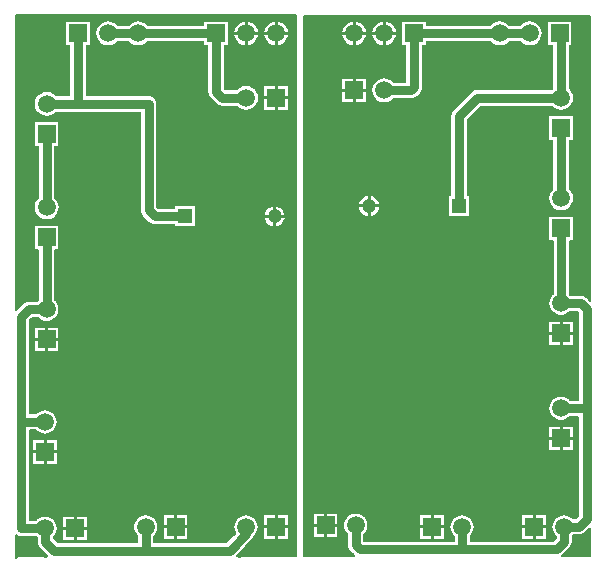
<source format=gbl>
%FSDAX24Y24*%
%MOIN*%
%SFA1B1*%

%IPPOS*%
%ADD10R,0.059100X0.059100*%
%ADD11C,0.059100*%
%ADD12R,0.047200X0.047200*%
%ADD13C,0.047200*%
%ADD14R,0.059100X0.059100*%
%ADD15C,0.031500*%
%ADD17C,0.010000*%
%ADD24C,0.005000*%
%LNcartepuissance-1*%
%LPD*%
G54D24*
X015825Y048589D02*
Y030575D01*
X013849*
X013842Y030590*
X014352Y031099*
X014396Y031157*
X014425Y031226*
X014426Y031232*
X014449Y031250*
X014516Y031338*
X014559Y031440*
X014574Y031550*
X014559Y031659*
X014516Y031761*
X014449Y031849*
X014361Y031916*
X014259Y031959*
X014150Y031974*
X014040Y031959*
X013938Y031916*
X013850Y031849*
X013783Y031761*
X013740Y031659*
X013725Y031550*
X013740Y031440*
X013782Y031338*
X013784Y031336*
X013481Y031035*
X011085*
Y031238*
X011099Y031250*
X011166Y031338*
X011209Y031440*
X011224Y031550*
X011209Y031659*
X011166Y031761*
X011099Y031849*
X011011Y031916*
X010909Y031959*
X010800Y031974*
X010690Y031959*
X010588Y031916*
X010500Y031849*
X010433Y031761*
X010390Y031659*
X010375Y031550*
X010390Y031440*
X010433Y031338*
X010500Y031250*
X010515Y031238*
Y031035*
X007868*
X007735Y031168*
Y031188*
X007749Y031200*
X007816Y031288*
X007859Y031390*
X007874Y031500*
X007859Y031609*
X007816Y031711*
X007749Y031799*
X007661Y031866*
X007559Y031909*
X007450Y031924*
X007340Y031909*
X007238Y031866*
X007150Y031799*
X007138Y031785*
X006935*
Y034765*
X007138*
X007150Y034750*
X007238Y034683*
X007340Y034640*
X007450Y034625*
X007559Y034640*
X007661Y034683*
X007749Y034750*
X007816Y034838*
X007859Y034940*
X007874Y035050*
X007859Y035159*
X007816Y035261*
X007749Y035349*
X007661Y035416*
X007559Y035459*
X007450Y035474*
X007340Y035459*
X007238Y035416*
X007150Y035349*
X007138Y035335*
X006935*
Y038431*
X007018Y038515*
X007188*
X007200Y038500*
X007288Y038433*
X007390Y038390*
X007500Y038375*
X007609Y038390*
X007711Y038433*
X007799Y038500*
X007866Y038588*
X007909Y038690*
X007924Y038800*
X007909Y038909*
X007866Y039011*
X007799Y039099*
X007785Y039111*
Y040780*
X007920*
Y041620*
X007080*
Y040780*
X007215*
Y039111*
X007200Y039099*
X007188Y039085*
X006898*
X006826Y039075*
X006757Y039046*
X006699Y039002*
X006490Y038792*
X006475Y038799*
Y048625*
X015789*
X015825Y048589*
G54D17*
X015775Y048568D02*
Y030625D01*
X013882*
X013902Y030579*
X014390Y031066*
X014440Y031132*
X014473Y031212*
X014472Y031204*
X014485Y031214*
X014560Y031313*
X014607Y031427*
X014624Y031550*
X014607Y031672*
X014560Y031786*
X014485Y031885*
X014386Y031960*
X014272Y032007*
X014150Y032024*
X014027Y032007*
X013913Y031960*
X013814Y031885*
X013739Y031786*
X013691Y031672*
X013675Y031550*
X013691Y031427*
X013738Y031314*
X013719Y031342*
X013460Y031085*
X011135*
Y031214*
X011135Y031214*
X011210Y031313*
X011257Y031427*
X011274Y031550*
X011257Y031672*
X011210Y031786*
X011135Y031885*
X011036Y031960*
X010922Y032007*
X010800Y032024*
X010677Y032007*
X010563Y031960*
X010464Y031885*
X010389Y031786*
X010341Y031672*
X010325Y031550*
X010341Y031427*
X010389Y031313*
X010464Y031214*
X010465Y031214*
Y031085*
X007889*
X007785Y031189*
X007782Y031174*
X007779Y031157*
X007860Y031263*
X007907Y031377*
X007924Y031500*
X007907Y031622*
X007860Y031736*
X007785Y031835*
X007686Y031910*
X007572Y031957*
X007450Y031974*
X007327Y031957*
X007213Y031910*
X007114Y031835*
X007114Y031835*
X006985*
Y034715*
X007114*
X007114Y034714*
X007213Y034639*
X007327Y034591*
X007450Y034575*
X007572Y034591*
X007686Y034639*
X007785Y034714*
X007860Y034813*
X007907Y034927*
X007924Y035050*
X007907Y035172*
X007860Y035286*
X007785Y035385*
X007686Y035460*
X007572Y035507*
X007450Y035524*
X007327Y035507*
X007213Y035460*
X007114Y035385*
X007114Y035385*
X006985*
Y038410*
X007039Y038465*
X007164*
X007164Y038464*
X007263Y038389*
X007377Y038341*
X007500Y038325*
X007622Y038341*
X007736Y038389*
X007835Y038464*
X007910Y038563*
X007957Y038677*
X007974Y038800*
X007957Y038922*
X007910Y039036*
X007835Y039135*
X007835Y039135*
Y040730*
X007970*
Y041670*
X007030*
Y040730*
X007165*
Y039135*
X007164Y039135*
X007164Y039135*
X006894*
X006813Y039124*
X006732Y039090*
X006666Y039040*
X006478Y038852*
X006525Y038832*
Y048575*
X015768*
X015775Y048568*
X006530Y038920D02*
Y048570D01*
X006630Y039020D02*
Y048570D01*
X006730Y039120D02*
Y048570D01*
X006830Y039140D02*
Y048570D01*
X006930Y039140D02*
Y048570D01*
X007030Y031840D02*
Y034690D01*
Y035400D02*
Y038450D01*
Y039140D02*
Y040710D01*
Y041680D02*
Y048570D01*
X007130Y031880D02*
Y034690D01*
Y035420D02*
Y038450D01*
Y039140D02*
Y040710D01*
Y041680D02*
Y048570D01*
X007230Y031940D02*
Y034630D01*
Y035480D02*
Y038410D01*
Y041680D02*
Y048570D01*
X007330Y031980D02*
Y034570D01*
Y035540D02*
Y038350D01*
Y041680D02*
Y048570D01*
X007430Y031980D02*
Y034570D01*
Y035540D02*
Y038330D01*
Y041680D02*
Y048570D01*
X007530Y031980D02*
Y034570D01*
Y035540D02*
Y038330D01*
Y041680D02*
Y048570D01*
X007630Y031960D02*
Y034610D01*
Y035500D02*
Y038330D01*
Y041680D02*
Y048570D01*
X007730Y031900D02*
Y034650D01*
Y035460D02*
Y038370D01*
Y041680D02*
Y048570D01*
X007830Y031160D02*
Y031210D01*
Y031800D02*
Y034750D01*
Y035360D02*
Y038450D01*
Y039160D02*
Y040710D01*
Y041680D02*
Y048570D01*
X007930Y031100D02*
Y038590D01*
Y039020D02*
Y040710D01*
Y041680D02*
Y048570D01*
X008030Y031100D02*
Y048570D01*
X008130Y031100D02*
Y048570D01*
X008230Y031100D02*
Y048570D01*
X008330Y031100D02*
Y048570D01*
X008430Y031100D02*
Y048570D01*
X008530Y031100D02*
Y048570D01*
X008630Y031100D02*
Y048570D01*
X008730Y031100D02*
Y048570D01*
X008830Y031100D02*
Y048570D01*
X008930Y031100D02*
Y048570D01*
X009030Y031100D02*
Y048570D01*
X009130Y031100D02*
Y048570D01*
X009230Y031100D02*
Y048570D01*
X009330Y031100D02*
Y048570D01*
X009430Y031100D02*
Y048570D01*
X009530Y031100D02*
Y048570D01*
X009630Y031100D02*
Y048570D01*
X009730Y031100D02*
Y048570D01*
X009830Y031100D02*
Y048570D01*
X009930Y031100D02*
Y048570D01*
X010030Y031100D02*
Y048570D01*
X010130Y031100D02*
Y048570D01*
X010230Y031100D02*
Y048570D01*
X010330Y031100D02*
Y031530D01*
Y031580D02*
Y048570D01*
X010430Y031100D02*
Y031250D01*
Y031860D02*
Y048570D01*
X010530Y031960D02*
Y048570D01*
X010630Y032000D02*
Y048570D01*
X010730Y032040D02*
Y048570D01*
X010830Y032040D02*
Y048570D01*
X010930Y032020D02*
Y048570D01*
X011030Y031980D02*
Y048570D01*
X011130Y031100D02*
Y031190D01*
Y031920D02*
Y048570D01*
X011230Y031100D02*
Y031350D01*
Y031760D02*
Y048570D01*
X011330Y031100D02*
Y048570D01*
X011430Y031100D02*
Y048570D01*
X011530Y031100D02*
Y048570D01*
X011630Y031100D02*
Y048570D01*
X011730Y031100D02*
Y048570D01*
X011830Y031100D02*
Y048570D01*
X011930Y031100D02*
Y048570D01*
X012030Y031100D02*
Y048570D01*
X012130Y031100D02*
Y048570D01*
X012230Y031100D02*
Y048570D01*
X012330Y031100D02*
Y048570D01*
X012430Y031100D02*
Y048570D01*
X012530Y031100D02*
Y048570D01*
X012630Y031100D02*
Y048570D01*
X012730Y031100D02*
Y048570D01*
X012830Y031100D02*
Y048570D01*
X012930Y031100D02*
Y048570D01*
X013030Y031100D02*
Y048570D01*
X013130Y031100D02*
Y048570D01*
X013230Y031100D02*
Y048570D01*
X013330Y031100D02*
Y048570D01*
X013430Y031100D02*
Y048570D01*
X013530Y031180D02*
Y048570D01*
X013630Y031280D02*
Y048570D01*
X013730Y031340D02*
Y031330D01*
Y031780D02*
Y048570D01*
X013830Y031920D02*
Y048570D01*
X013930Y031980D02*
Y048570D01*
X014030Y030640D02*
Y030710D01*
Y032040D02*
Y048570D01*
X014130Y030640D02*
Y030810D01*
Y032040D02*
Y048570D01*
X014230Y030640D02*
Y030910D01*
Y032040D02*
Y048570D01*
X014330Y030640D02*
Y031010D01*
Y032000D02*
Y048570D01*
X014430Y030640D02*
Y031110D01*
Y031960D02*
Y048570D01*
X014530Y030640D02*
Y031250D01*
Y031860D02*
Y048570D01*
X014630Y030640D02*
Y048570D01*
X014730Y030640D02*
Y048570D01*
X014830Y030640D02*
Y048570D01*
X014930Y030640D02*
Y048570D01*
X015030Y030640D02*
Y048570D01*
X015130Y030640D02*
Y048570D01*
X015230Y030640D02*
Y048570D01*
X015330Y030640D02*
Y048570D01*
X015430Y030640D02*
Y048570D01*
X015530Y030640D02*
Y048570D01*
X015630Y030640D02*
Y048570D01*
X015730Y030640D02*
Y048570D01*
G54D24*
X025625Y039099D02*
X025609Y039092D01*
X025500Y039202*
X025442Y039246*
X025373Y039275*
X025301Y039285*
X024961*
X024949Y039299*
X024935Y039311*
Y041080*
X025070*
Y041920*
X024230*
Y041080*
X024365*
Y039311*
X024350Y039299*
X024283Y039211*
X024240Y039109*
X024225Y039000*
X024240Y038890*
X024283Y038788*
X024350Y038700*
X024438Y038633*
X024540Y038590*
X024650Y038575*
X024759Y038590*
X024861Y038633*
X024949Y038700*
X024961Y038715*
X025181*
X025215Y038681*
Y035785*
X024961*
X024949Y035799*
X024861Y035866*
X024759Y035909*
X024650Y035924*
X024540Y035909*
X024438Y035866*
X024350Y035799*
X024283Y035711*
X024240Y035609*
X024225Y035500*
X024240Y035390*
X024283Y035288*
X024350Y035200*
X024438Y035133*
X024540Y035090*
X024650Y035075*
X024759Y035090*
X024861Y035133*
X024949Y035200*
X024961Y035215*
X025215*
Y031918*
X025131Y031835*
X025061*
X025049Y031849*
X024961Y031916*
X024859Y031959*
X024750Y031974*
X024640Y031959*
X024538Y031916*
X024450Y031849*
X024383Y031761*
X024340Y031659*
X024325Y031550*
X024340Y031440*
X024383Y031338*
X024450Y031250*
X024465Y031238*
Y031168*
X024381Y031085*
X021635*
Y031238*
X021649Y031250*
X021716Y031338*
X021759Y031440*
X021774Y031550*
X021759Y031659*
X021716Y031761*
X021649Y031849*
X021561Y031916*
X021459Y031959*
X021350Y031974*
X021240Y031959*
X021138Y031916*
X021050Y031849*
X020983Y031761*
X020940Y031659*
X020925Y031550*
X020940Y031440*
X020983Y031338*
X021050Y031250*
X021065Y031238*
Y031085*
X018085*
Y031288*
X018099Y031300*
X018166Y031388*
X018209Y031490*
X018224Y031600*
X018209Y031709*
X018166Y031811*
X018099Y031899*
X018011Y031966*
X017909Y032009*
X017800Y032024*
X017690Y032009*
X017588Y031966*
X017500Y031899*
X017433Y031811*
X017390Y031709*
X017375Y031600*
X017390Y031490*
X017433Y031388*
X017500Y031300*
X017515Y031288*
Y030948*
X017524Y030876*
X017553Y030807*
X017597Y030749*
X017749Y030597*
X017761Y030587*
X017757Y030575*
X016075*
Y048575*
X025625*
Y039099*
X016090Y030580D02*
Y048570D01*
X016140Y030580D02*
Y048570D01*
X016190Y030580D02*
Y048570D01*
X016240Y030580D02*
Y048570D01*
X016290Y030580D02*
Y048570D01*
X016340Y030580D02*
Y048570D01*
X016390Y030580D02*
Y048570D01*
X016440Y030580D02*
Y048570D01*
X016490Y030580D02*
Y048570D01*
X016540Y030580D02*
Y048570D01*
X016590Y030580D02*
Y048570D01*
X016640Y030580D02*
Y048570D01*
X016690Y030580D02*
Y048570D01*
X016740Y030580D02*
Y048570D01*
X016790Y030580D02*
Y048570D01*
X016840Y030580D02*
Y048570D01*
X016890Y030580D02*
Y048570D01*
X016940Y030580D02*
Y048570D01*
X016990Y030580D02*
Y048570D01*
X017040Y030580D02*
Y048570D01*
X017090Y030580D02*
Y048570D01*
X017140Y030580D02*
Y048570D01*
X017190Y030580D02*
Y048570D01*
X017240Y030580D02*
Y048570D01*
X017290Y030580D02*
Y048570D01*
X017340Y030580D02*
Y048570D01*
X017390Y030580D02*
Y031480D01*
Y031730D02*
Y048570D01*
X017440Y030580D02*
Y031370D01*
Y031840D02*
Y048570D01*
X017490Y030580D02*
Y031310D01*
Y031900D02*
Y048570D01*
X017540Y030580D02*
Y030830D01*
Y031950D02*
Y048570D01*
X017590Y030580D02*
Y030760D01*
Y031990D02*
Y048570D01*
X017640Y030580D02*
Y030700D01*
Y032010D02*
Y048570D01*
X017690Y030580D02*
Y030650D01*
Y032030D02*
Y048570D01*
X017740Y030580D02*
Y030600D01*
Y032030D02*
Y048570D01*
X017790Y032030D02*
Y048570D01*
X017840Y032030D02*
Y048570D01*
X017890Y032030D02*
Y048570D01*
X017940Y032010D02*
Y048570D01*
X017990Y031990D02*
Y048570D01*
X018040Y031960D02*
Y048570D01*
X018090Y031090D02*
Y031290D01*
Y031920D02*
Y048570D01*
X018140Y031090D02*
Y031350D01*
Y031860D02*
Y048570D01*
X018190Y031090D02*
Y031440D01*
Y031770D02*
Y048570D01*
X018240Y031090D02*
Y048570D01*
X018290Y031090D02*
Y048570D01*
X018340Y031090D02*
Y048570D01*
X018390Y031090D02*
Y048570D01*
X018440Y031090D02*
Y048570D01*
X018490Y031090D02*
Y048570D01*
X018540Y031090D02*
Y048570D01*
X018590Y031090D02*
Y048570D01*
X018640Y031090D02*
Y048570D01*
X018690Y031090D02*
Y048570D01*
X018740Y031090D02*
Y048570D01*
X018790Y031090D02*
Y048570D01*
X018840Y031090D02*
Y048570D01*
X018890Y031090D02*
Y048570D01*
X018940Y031090D02*
Y048570D01*
X018990Y031090D02*
Y048570D01*
X019040Y031090D02*
Y048570D01*
X019090Y031090D02*
Y048570D01*
X019140Y031090D02*
Y048570D01*
X019190Y031090D02*
Y048570D01*
X019240Y031090D02*
Y048570D01*
X019290Y031090D02*
Y048570D01*
X019340Y031090D02*
Y048570D01*
X019390Y031090D02*
Y048570D01*
X019440Y031090D02*
Y048570D01*
X019490Y031090D02*
Y048570D01*
X019540Y031090D02*
Y048570D01*
X019590Y031090D02*
Y048570D01*
X019640Y031090D02*
Y048570D01*
X019690Y031090D02*
Y048570D01*
X019740Y031090D02*
Y048570D01*
X019790Y031090D02*
Y048570D01*
X019840Y031090D02*
Y048570D01*
X019890Y031090D02*
Y048570D01*
X019940Y031090D02*
Y048570D01*
X019990Y031090D02*
Y048570D01*
X020040Y031090D02*
Y048570D01*
X020090Y031090D02*
Y048570D01*
X020140Y031090D02*
Y048570D01*
X020190Y031090D02*
Y048570D01*
X020240Y031090D02*
Y048570D01*
X020290Y031090D02*
Y048570D01*
X020340Y031090D02*
Y048570D01*
X020390Y031090D02*
Y048570D01*
X020440Y031090D02*
Y048570D01*
X020490Y031090D02*
Y048570D01*
X020540Y031090D02*
Y048570D01*
X020590Y031090D02*
Y048570D01*
X020640Y031090D02*
Y048570D01*
X020690Y031090D02*
Y048570D01*
X020740Y031090D02*
Y048570D01*
X020790Y031090D02*
Y048570D01*
X020840Y031090D02*
Y048570D01*
X020890Y031090D02*
Y048570D01*
X020940Y031090D02*
Y031430D01*
Y031680D02*
Y048570D01*
X020990Y031090D02*
Y031320D01*
Y031790D02*
Y048570D01*
X021040Y031090D02*
Y031260D01*
Y031850D02*
Y048570D01*
X021090Y031900D02*
Y048570D01*
X021140Y031940D02*
Y048570D01*
X021190Y031960D02*
Y048570D01*
X021240Y031980D02*
Y048570D01*
X021290Y031980D02*
Y048570D01*
X021340Y031980D02*
Y048570D01*
X021390Y031980D02*
Y048570D01*
X021440Y031980D02*
Y048570D01*
X021490Y031960D02*
Y048570D01*
X021540Y031940D02*
Y048570D01*
X021590Y031910D02*
Y048570D01*
X021640Y031090D02*
Y031240D01*
Y031870D02*
Y048570D01*
X021690Y031090D02*
Y031300D01*
Y031810D02*
Y048570D01*
X021740Y031090D02*
Y031390D01*
Y031720D02*
Y048570D01*
X021790Y031090D02*
Y048570D01*
X021840Y031090D02*
Y048570D01*
X021890Y031090D02*
Y048570D01*
X021940Y031090D02*
Y048570D01*
X021990Y031090D02*
Y048570D01*
X022040Y031090D02*
Y048570D01*
X022090Y031090D02*
Y048570D01*
X022140Y031090D02*
Y048570D01*
X022190Y031090D02*
Y048570D01*
X022240Y031090D02*
Y048570D01*
X022290Y031090D02*
Y048570D01*
X022340Y031090D02*
Y048570D01*
X022390Y031090D02*
Y048570D01*
X022440Y031090D02*
Y048570D01*
X022490Y031090D02*
Y048570D01*
X022540Y031090D02*
Y048570D01*
X022590Y031090D02*
Y048570D01*
X022640Y031090D02*
Y048570D01*
X022690Y031090D02*
Y048570D01*
X022740Y031090D02*
Y048570D01*
X022790Y031090D02*
Y048570D01*
X022840Y031090D02*
Y048570D01*
X022890Y031090D02*
Y048570D01*
X022940Y031090D02*
Y048570D01*
X022990Y031090D02*
Y048570D01*
X023040Y031090D02*
Y048570D01*
X023090Y031090D02*
Y048570D01*
X023140Y031090D02*
Y048570D01*
X023190Y031090D02*
Y048570D01*
X023240Y031090D02*
Y048570D01*
X023290Y031090D02*
Y048570D01*
X023340Y031090D02*
Y048570D01*
X023390Y031090D02*
Y048570D01*
X023440Y031090D02*
Y048570D01*
X023490Y031090D02*
Y048570D01*
X023540Y031090D02*
Y048570D01*
X023590Y031090D02*
Y048570D01*
X023640Y031090D02*
Y048570D01*
X023690Y031090D02*
Y048570D01*
X023740Y031090D02*
Y048570D01*
X023790Y031090D02*
Y048570D01*
X023840Y031090D02*
Y048570D01*
X023890Y031090D02*
Y048570D01*
X023940Y031090D02*
Y048570D01*
X023990Y031090D02*
Y048570D01*
X024040Y031090D02*
Y048570D01*
X024090Y031090D02*
Y048570D01*
X024140Y031090D02*
Y048570D01*
X024190Y031090D02*
Y048570D01*
X024240Y031090D02*
Y035380D01*
Y035630D02*
Y038880D01*
Y039130D02*
Y041070D01*
Y041930D02*
Y048570D01*
X024290Y031090D02*
Y035270D01*
Y035740D02*
Y038770D01*
Y039240D02*
Y041070D01*
Y041930D02*
Y048570D01*
X024340Y031090D02*
Y031430D01*
Y031680D02*
Y035210D01*
Y035800D02*
Y038710D01*
Y039300D02*
Y041070D01*
Y041930D02*
Y048570D01*
X024390Y031110D02*
Y031320D01*
Y031790D02*
Y035160D01*
Y035850D02*
Y038660D01*
Y041930D02*
Y048570D01*
X024440Y031160D02*
Y031260D01*
Y031850D02*
Y035120D01*
Y035890D02*
Y038620D01*
Y041930D02*
Y048570D01*
X024490Y031900D02*
Y035100D01*
Y035910D02*
Y038600D01*
Y041930D02*
Y048570D01*
X024540Y031940D02*
Y035080D01*
Y035930D02*
Y038580D01*
Y041930D02*
Y048570D01*
X024590Y031960D02*
Y035080D01*
Y035930D02*
Y038580D01*
Y041930D02*
Y048570D01*
X024640Y031980D02*
Y035080D01*
Y035930D02*
Y038580D01*
Y041930D02*
Y048570D01*
X024690Y031980D02*
Y035080D01*
Y035930D02*
Y038580D01*
Y041930D02*
Y048570D01*
X024740Y031980D02*
Y035080D01*
Y035930D02*
Y038580D01*
Y041930D02*
Y048570D01*
X024790Y031980D02*
Y035100D01*
Y035910D02*
Y038600D01*
Y041930D02*
Y048570D01*
X024840Y031980D02*
Y035120D01*
Y035890D02*
Y038620D01*
Y041930D02*
Y048570D01*
X024890Y031960D02*
Y035150D01*
Y035860D02*
Y038650D01*
Y041930D02*
Y048570D01*
X024940Y031940D02*
Y035190D01*
Y035820D02*
Y038690D01*
Y039320D02*
Y041070D01*
Y041930D02*
Y048570D01*
X024990Y031910D02*
Y035200D01*
Y035790D02*
Y038700D01*
Y039290D02*
Y041070D01*
Y041930D02*
Y048570D01*
X025040Y031870D02*
Y035200D01*
Y035790D02*
Y038700D01*
Y039290D02*
Y041070D01*
Y041930D02*
Y048570D01*
X025090Y031840D02*
Y035200D01*
Y035790D02*
Y038700D01*
Y039290D02*
Y048570D01*
X025140Y031860D02*
Y035200D01*
Y035790D02*
Y038700D01*
Y039290D02*
Y048570D01*
X025190Y031910D02*
Y035200D01*
Y035790D02*
Y038690D01*
Y039290D02*
Y048570D01*
X025240Y039290D02*
Y048570D01*
X025290Y039290D02*
Y048570D01*
X025340Y039290D02*
Y048570D01*
X025390Y039290D02*
Y048570D01*
X025440Y039260D02*
Y048570D01*
X025490Y039220D02*
Y048570D01*
X025540Y039170D02*
Y048570D01*
X025590Y039120D02*
Y048570D01*
X006507Y031253D02*
X006576Y031224D01*
X006648Y031215*
X007138*
X007150Y031200*
X007165Y031188*
Y031048*
X007174Y030976*
X007203Y030907*
X007247Y030849*
X007507Y030590*
X007500Y030575*
X006539*
X006490Y030525*
X006475Y030531*
Y031256*
X006491Y031265*
X006507Y031253*
G54D17*
X006481Y031209D02*
X006563Y031175D01*
X006644Y031165*
X007114*
X007114Y031164*
X007115Y031164*
Y031044*
X007125Y030963*
X007159Y030882*
X007209Y030816*
X007447Y030578*
X007467Y030625*
X006518*
X006478Y030584*
X006525Y030565*
Y031226*
X006485Y031206*
X006481Y031209*
X006530Y030630D02*
X007380D01*
X006530Y030730D02*
X007280D01*
X006530Y030830D02*
X007200D01*
X006530Y030930D02*
X007140D01*
X006530Y031030D02*
X007100D01*
X006530Y031130D02*
X007100D01*
G54D24*
X025625Y031500D02*
Y030575D01*
X024692*
X024688Y030587*
X024700Y030597*
X024952Y030849*
X024996Y030907*
X025025Y030976*
X025035Y031048*
Y031238*
X025049Y031250*
X025061Y031265*
X025251*
X025323Y031274*
X025392Y031303*
X025450Y031347*
X025609Y031507*
X025625Y031500*
X024710Y030580D02*
Y030610D01*
X024760Y030580D02*
Y030660D01*
X024810Y030580D02*
Y030710D01*
X024860Y030580D02*
Y030760D01*
X024910Y030580D02*
Y030810D01*
X024960Y030580D02*
Y030860D01*
X025010Y030580D02*
Y030930D01*
X025060Y030580D02*
Y031250D01*
X025110Y030580D02*
Y031250D01*
X025160Y030580D02*
Y031250D01*
X025210Y030580D02*
Y031250D01*
X025260Y030580D02*
Y031260D01*
X025310Y030580D02*
Y031260D01*
X025360Y030580D02*
Y031280D01*
X025410Y030580D02*
Y031310D01*
X025460Y030580D02*
Y031360D01*
X025510Y030580D02*
Y031410D01*
X025560Y030580D02*
Y031460D01*
X025610Y030580D02*
Y031510D01*
%LNcartepuissance-2*%
%LPC*%
G36*
X007845Y034000D02*
X007500D01*
Y033655*
X007845*
Y034000*
G37*
G36*
X007400Y034445D02*
X007055D01*
Y034100*
X007400*
Y034445*
G37*
G36*
X007845D02*
X007500D01*
Y034100*
X007845*
Y034445*
G37*
G36*
X007400Y034000D02*
X007055D01*
Y033655*
X007400*
Y034000*
G37*
G36*
X024145Y031945D02*
X023800D01*
Y031600*
X024145*
Y031945*
G37*
G36*
X023700D02*
X023355D01*
Y031600*
X023700*
Y031945*
G37*
G36*
X017195Y031995D02*
X016850D01*
Y031650*
X017195*
Y031995*
G37*
G36*
X016750D02*
X016405D01*
Y031650*
X016750*
Y031995*
G37*
G36*
X024600Y034450D02*
X024255D01*
Y034105*
X024600*
Y034450*
G37*
G36*
X025045Y037950D02*
X024700D01*
Y037605*
X025045*
Y037950*
G37*
G36*
X024600D02*
X024255D01*
Y037605*
X024600*
Y037950*
G37*
G36*
X007895Y038195D02*
X007550D01*
Y037850*
X007895*
Y038195*
G37*
G36*
X007450D02*
X007105D01*
Y037850*
X007450*
Y038195*
G37*
G36*
X007895Y037750D02*
X007550D01*
Y037405*
X007895*
Y037750*
G37*
G36*
X024600Y034895D02*
X024255D01*
Y034550*
X024600*
Y034895*
G37*
G36*
X025045Y034450D02*
X024700D01*
Y034105*
X025045*
Y034450*
G37*
G36*
X007450Y037750D02*
X007105D01*
Y037405*
X007450*
Y037750*
G37*
G36*
X025045Y034895D02*
X024700D01*
Y034550*
X025045*
Y034895*
G37*
G36*
X020300Y031500D02*
X019955D01*
Y031155*
X020300*
Y031500*
G37*
G36*
X015545D02*
X015200D01*
Y031155*
X015545*
Y031500*
G37*
G36*
X020745D02*
X020400D01*
Y031155*
X020745*
Y031500*
G37*
G36*
X024145D02*
X023800D01*
Y031155*
X024145*
Y031500*
G37*
G36*
X023700D02*
X023355D01*
Y031155*
X023700*
Y031500*
G37*
G36*
X008845Y031450D02*
X008500D01*
Y031105*
X008845*
Y031450*
G37*
G36*
X008400D02*
X008055D01*
Y031105*
X008400*
Y031450*
G37*
G36*
X011750Y031500D02*
X011405D01*
Y031155*
X011750*
Y031500*
G37*
G36*
X015100D02*
X014755D01*
Y031155*
X015100*
Y031500*
G37*
G36*
X012195D02*
X011850D01*
Y031155*
X012195*
Y031500*
G37*
G36*
X015100Y031945D02*
X014755D01*
Y031600*
X015100*
Y031945*
G37*
G36*
X012195D02*
X011850D01*
Y031600*
X012195*
Y031945*
G37*
G36*
X015545D02*
X015200D01*
Y031600*
X015545*
Y031945*
G37*
G36*
X020745D02*
X020400D01*
Y031600*
X020745*
Y031945*
G37*
G36*
X020300D02*
X019955D01*
Y031600*
X020300*
Y031945*
G37*
G36*
X017195Y031550D02*
X016850D01*
Y031205*
X017195*
Y031550*
G37*
G36*
X016750D02*
X016405D01*
Y031205*
X016750*
Y031550*
G37*
G36*
X008400Y031895D02*
X008055D01*
Y031550*
X008400*
Y031895*
G37*
G36*
X011750Y031945D02*
X011405D01*
Y031600*
X011750*
Y031945*
G37*
G36*
X008845Y031895D02*
X008500D01*
Y031550*
X008845*
Y031895*
G37*
G36*
X017700Y047950D02*
X017358D01*
X017365Y047897*
X017405Y047801*
X017468Y047718*
X017551Y047655*
X017647Y047615*
X017700Y047608*
Y047950*
G37*
G36*
X015542D02*
X015200D01*
Y047608*
X015253Y047615*
X015349Y047655*
X015432Y047718*
X015495Y047801*
X015535Y047897*
X015542Y047950*
G37*
G36*
X018142D02*
X017800D01*
Y047608*
X017853Y047615*
X017949Y047655*
X018032Y047718*
X018095Y047801*
X018135Y047897*
X018142Y047950*
G37*
G36*
X019142D02*
X018800D01*
Y047608*
X018853Y047615*
X018949Y047655*
X019032Y047718*
X019095Y047801*
X019135Y047897*
X019142Y047950*
G37*
G36*
X018700D02*
X018358D01*
X018365Y047897*
X018405Y047801*
X018468Y047718*
X018551Y047655*
X018647Y047615*
X018700Y047608*
Y047950*
G37*
G36*
X018145Y046495D02*
X017800D01*
Y046150*
X018145*
Y046495*
G37*
G36*
X017700D02*
X017355D01*
Y046150*
X017700*
Y046495*
G37*
G36*
X014100Y047950D02*
X013758D01*
X013765Y047897*
X013805Y047801*
X013868Y047718*
X013951Y047655*
X014047Y047615*
X014100Y047608*
Y047950*
G37*
G36*
X015100D02*
X014758D01*
X014765Y047897*
X014805Y047801*
X014868Y047718*
X014951Y047655*
X015047Y047615*
X015100Y047608*
Y047950*
G37*
G36*
X014542D02*
X014200D01*
Y047608*
X014253Y047615*
X014349Y047655*
X014432Y047718*
X014495Y047801*
X014535Y047897*
X014542Y047950*
G37*
G36*
X018700Y048392D02*
X018647Y048385D01*
X018551Y048345*
X018468Y048282*
X018405Y048199*
X018365Y048103*
X018358Y048050*
X018700*
Y048392*
G37*
G36*
X017800D02*
Y048050D01*
X018142*
X018135Y048103*
X018095Y048199*
X018032Y048282*
X017949Y048345*
X017853Y048385*
X017800Y048392*
G37*
G36*
X018800D02*
Y048050D01*
X019142*
X019135Y048103*
X019095Y048199*
X019032Y048282*
X018949Y048345*
X018853Y048385*
X018800Y048392*
G37*
G36*
X023600Y048399D02*
X023497Y048385D01*
X023401Y048345*
X023318Y048282*
X023301Y048260*
X022899*
X022882Y048282*
X022799Y048345*
X022703Y048385*
X022600Y048399*
X022497Y048385*
X022401Y048345*
X022318Y048282*
X022301Y048260*
X020145*
Y048395*
X019355*
Y047605*
X019490*
Y046360*
X019049*
X019032Y046382*
X018949Y046445*
X018853Y046485*
X018750Y046499*
X018647Y046485*
X018551Y046445*
X018468Y046382*
X018405Y046299*
X018365Y046203*
X018351Y046100*
X018365Y045997*
X018405Y045901*
X018468Y045818*
X018551Y045755*
X018647Y045715*
X018750Y045701*
X018853Y045715*
X018949Y045755*
X019032Y045818*
X019049Y045840*
X019650*
X019717Y045849*
X019780Y045875*
X019834Y045916*
X019934Y046016*
X019975Y046070*
X020001Y046133*
X020010Y046200*
Y047605*
X020145*
Y047740*
X022301*
X022318Y047718*
X022401Y047655*
X022497Y047615*
X022600Y047601*
X022703Y047615*
X022799Y047655*
X022882Y047718*
X022899Y047740*
X023301*
X023318Y047718*
X023401Y047655*
X023497Y047615*
X023600Y047601*
X023703Y047615*
X023799Y047655*
X023882Y047718*
X023945Y047801*
X023985Y047897*
X023999Y048000*
X023985Y048103*
X023945Y048199*
X023882Y048282*
X023799Y048345*
X023703Y048385*
X023600Y048399*
G37*
G36*
X010550D02*
X010447Y048385D01*
X010351Y048345*
X010268Y048282*
X010251Y048260*
X009849*
X009832Y048282*
X009749Y048345*
X009653Y048385*
X009550Y048399*
X009447Y048385*
X009351Y048345*
X009268Y048282*
X009205Y048199*
X009165Y048103*
X009151Y048000*
X009165Y047897*
X009205Y047801*
X009268Y047718*
X009351Y047655*
X009447Y047615*
X009550Y047601*
X009653Y047615*
X009749Y047655*
X009832Y047718*
X009849Y047740*
X010251*
X010268Y047718*
X010351Y047655*
X010447Y047615*
X010550Y047601*
X010653Y047615*
X010749Y047655*
X010832Y047718*
X010849Y047740*
X012755*
Y047605*
X012890*
Y046050*
X012899Y045983*
X012925Y045920*
X012966Y045866*
X013166Y045666*
X013220Y045625*
X013283Y045599*
X013350Y045590*
X013851*
X013868Y045568*
X013951Y045505*
X014047Y045465*
X014150Y045451*
X014253Y045465*
X014349Y045505*
X014432Y045568*
X014495Y045651*
X014535Y045747*
X014549Y045850*
X014535Y045953*
X014495Y046049*
X014432Y046132*
X014349Y046195*
X014253Y046235*
X014150Y046249*
X014047Y046235*
X013951Y046195*
X013868Y046132*
X013851Y046110*
X013458*
X013410Y046158*
Y047605*
X013545*
Y048395*
X012755*
Y048260*
X010849*
X010832Y048282*
X010749Y048345*
X010653Y048385*
X010550Y048399*
G37*
G36*
X014200Y048392D02*
Y048050D01*
X014542*
X014535Y048103*
X014495Y048199*
X014432Y048282*
X014349Y048345*
X014253Y048385*
X014200Y048392*
G37*
G36*
X014100D02*
X014047Y048385D01*
X013951Y048345*
X013868Y048282*
X013805Y048199*
X013765Y048103*
X013758Y048050*
X014100*
Y048392*
G37*
G36*
X015100D02*
X015047Y048385D01*
X014951Y048345*
X014868Y048282*
X014805Y048199*
X014765Y048103*
X014758Y048050*
X015100*
Y048392*
G37*
G36*
X017700D02*
X017647Y048385D01*
X017551Y048345*
X017468Y048282*
X017405Y048199*
X017365Y048103*
X017358Y048050*
X017700*
Y048392*
G37*
G36*
X015200D02*
Y048050D01*
X015542*
X015535Y048103*
X015495Y048199*
X015432Y048282*
X015349Y048345*
X015253Y048385*
X015200Y048392*
G37*
G36*
X018583Y042200D02*
X018300D01*
Y041917*
X018338Y041922*
X018420Y041956*
X018490Y042010*
X018544Y042080*
X018578Y042162*
X018583Y042200*
G37*
G36*
X018200D02*
X017917D01*
X017922Y042162*
X017956Y042080*
X018010Y042010*
X018080Y041956*
X018162Y041922*
X018200Y041917*
Y042200*
G37*
G36*
X015050Y042233D02*
X015012Y042228D01*
X014930Y042194*
X014860Y042140*
X014806Y042070*
X014772Y041988*
X014767Y041950*
X015050*
Y042233*
G37*
G36*
X025045Y045245D02*
X024255D01*
Y044455*
X024390*
Y042799*
X024368Y042782*
X024305Y042699*
X024265Y042603*
X024251Y042500*
X024265Y042397*
X024305Y042301*
X024368Y042218*
X024451Y042155*
X024547Y042115*
X024650Y042101*
X024753Y042115*
X024849Y042155*
X024932Y042218*
X024995Y042301*
X025035Y042397*
X025049Y042500*
X025035Y042603*
X024995Y042699*
X024932Y042782*
X024910Y042799*
Y044455*
X025045*
Y045245*
G37*
G36*
X015150Y042233D02*
Y041950D01*
X015433*
X015428Y041988*
X015394Y042070*
X015340Y042140*
X015270Y042194*
X015188Y042228*
X015150Y042233*
G37*
G36*
X025045Y038395D02*
X024700D01*
Y038050*
X025045*
Y038395*
G37*
G36*
X024600D02*
X024255D01*
Y038050*
X024600*
Y038395*
G37*
G36*
X015050Y041850D02*
X014767D01*
X014772Y041812*
X014806Y041730*
X014860Y041660*
X014930Y041606*
X015012Y041572*
X015050Y041567*
Y041850*
G37*
G36*
X007895Y045045D02*
X007105D01*
Y044255*
X007240*
Y042499*
X007218Y042482*
X007155Y042399*
X007115Y042303*
X007101Y042200*
X007115Y042097*
X007155Y042001*
X007218Y041918*
X007301Y041855*
X007397Y041815*
X007500Y041801*
X007603Y041815*
X007699Y041855*
X007782Y041918*
X007845Y042001*
X007885Y042097*
X007899Y042200*
X007885Y042303*
X007845Y042399*
X007782Y042482*
X007760Y042499*
Y044255*
X007895*
Y045045*
G37*
G36*
X015433Y041850D02*
X015150D01*
Y041567*
X015188Y041572*
X015270Y041606*
X015340Y041660*
X015394Y041730*
X015428Y041812*
X015433Y041850*
G37*
G36*
X018145Y046050D02*
X017800D01*
Y045705*
X018145*
Y046050*
G37*
G36*
X017700D02*
X017355D01*
Y045705*
X017700*
Y046050*
G37*
G36*
X015100Y046245D02*
X014755D01*
Y045900*
X015100*
Y046245*
G37*
G36*
X008945Y048395D02*
X008155D01*
Y047605*
X008290*
Y045910*
X007799*
X007782Y045932*
X007699Y045995*
X007603Y046035*
X007500Y046049*
X007397Y046035*
X007301Y045995*
X007218Y045932*
X007155Y045849*
X007115Y045753*
X007101Y045650*
X007115Y045547*
X007155Y045451*
X007218Y045368*
X007301Y045305*
X007397Y045265*
X007500Y045251*
X007603Y045265*
X007699Y045305*
X007782Y045368*
X007799Y045390*
X010640*
Y042100*
X010649Y042033*
X010675Y041970*
X010716Y041916*
X010916Y041716*
X010970Y041675*
X011033Y041649*
X011100Y041640*
X011764*
Y041564*
X012436*
Y042236*
X011764*
Y042160*
X011208*
X011160Y042208*
Y045650*
X011151Y045717*
X011125Y045780*
X011084Y045834*
X011030Y045875*
X010967Y045901*
X010900Y045910*
X008810*
Y047605*
X008945*
Y048395*
G37*
G36*
X015545Y046245D02*
X015200D01*
Y045900*
X015545*
Y046245*
G37*
G36*
X018300Y042583D02*
Y042300D01*
X018583*
X018578Y042338*
X018544Y042420*
X018490Y042490*
X018420Y042544*
X018338Y042578*
X018300Y042583*
G37*
G36*
X018200D02*
X018162Y042578D01*
X018080Y042544*
X018010Y042490*
X017956Y042420*
X017922Y042338*
X017917Y042300*
X018200*
Y042583*
G37*
G36*
X024995Y048395D02*
X024205D01*
Y047605*
X024390*
Y046149*
X024368Y046132*
X024351Y046110*
X021850*
X021783Y046101*
X021720Y046075*
X021666Y046034*
X021066Y045434*
X021025Y045380*
X020999Y045317*
X020990Y045250*
Y042586*
X020914*
Y041914*
X021586*
Y042586*
X021510*
Y045142*
X021958Y045590*
X024351*
X024368Y045568*
X024451Y045505*
X024547Y045465*
X024650Y045451*
X024753Y045465*
X024849Y045505*
X024932Y045568*
X024995Y045651*
X025035Y045747*
X025049Y045850*
X025035Y045953*
X024995Y046049*
X024932Y046132*
X024910Y046149*
Y047605*
X024995*
Y048395*
G37*
G36*
X015545Y045800D02*
X015200D01*
Y045455*
X015545*
Y045800*
G37*
G36*
X015100D02*
X014755D01*
Y045455*
X015100*
Y045800*
G37*
%LNcartepuissance-3*%
%LPD*%
G54D10*
X019750Y048000D03*
X024600D03*
X013150D03*
X008550D03*
X017750Y046100D03*
X015150Y045850D03*
X023750Y031550D03*
X008450Y031500D03*
X020350Y031550D03*
X011800D03*
X016800Y031600D03*
X015150Y031550D03*
G54D11*
X018750Y048000D03*
X017750D03*
X023600D03*
X022600D03*
X014150D03*
X015150D03*
X009550D03*
X010550D03*
X018750Y046100D03*
X014150Y045850D03*
X024650D03*
X007500Y045650D03*
X024650Y042500D03*
X007500Y042200D03*
X024650Y039000D03*
X007500Y038800D03*
X024650Y035500D03*
X007450Y035050D03*
X024750Y031550D03*
X007450Y031500D03*
X021350Y031550D03*
X010800D03*
X017800Y031600D03*
X014150Y031550D03*
G54D12*
X021250Y042250D03*
X012100Y041900D03*
G54D13*
X018250Y042250D03*
X015100Y041900D03*
G54D14*
X024650Y044850D03*
X007500Y044650D03*
X024650Y041500D03*
X007500Y041200D03*
X024650Y038000D03*
X007500Y037800D03*
X024650Y034500D03*
X007450Y034050D03*
G54D15*
X024650Y042500D02*
Y044850D01*
X021350Y030800D02*
X024500D01*
X017950D02*
X021350D01*
Y031550*
X017800Y030950D02*
Y031600D01*
Y030950D02*
X017950Y030800D01*
X024500D02*
X024750Y031050D01*
Y031550*
X024650Y035500D02*
X025500D01*
Y038800*
Y031800D02*
Y035500D01*
X024750Y031550D02*
X025250D01*
X025500Y031800*
X025300Y039000D02*
X025500Y038800D01*
X024650Y039000D02*
X025300D01*
X024650D02*
Y041500D01*
X011700Y031650D02*
X011800Y031550D01*
X010800Y030750D02*
X013600D01*
X007750D02*
X010800D01*
Y031550*
X014150Y031300D02*
Y031550D01*
X013600Y030750D02*
X014150Y031300D01*
X007450Y031050D02*
X007750Y030750D01*
X007450Y031050D02*
Y031500D01*
X006650D02*
Y038550D01*
X006700Y035050D02*
X007450D01*
X006650Y031500D02*
X007450D01*
X006650Y038550D02*
X006900Y038800D01*
X007500*
Y041200*
Y042200D02*
Y044650D01*
X010900Y042100D02*
Y045650D01*
X011100Y041900D02*
X012100D01*
X010900Y042100D02*
X011100Y041900D01*
X008550Y045700D02*
Y048000D01*
X007500Y045650D02*
X010900D01*
X009550Y048000D02*
X010550D01*
X013150*
Y046050D02*
Y048000D01*
Y046050D02*
X013350Y045850D01*
X014150*
X024650D02*
Y047950D01*
X021850Y045850D02*
X024650D01*
X021250Y045250D02*
X021850Y045850D01*
X021250Y042250D02*
Y045250D01*
X022600Y048000D02*
X023600D01*
X019750D02*
X022600D01*
X019750Y046200D02*
Y048000D01*
X019650Y046100D02*
X019750Y046200D01*
X018750Y046100D02*
X019650D01*
M02*
</source>
